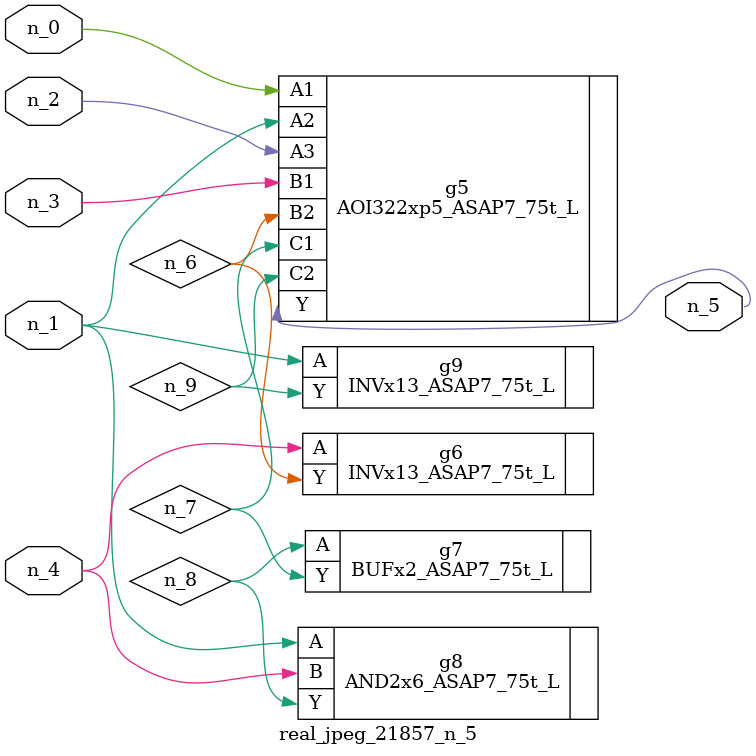
<source format=v>
module real_jpeg_21857_n_5 (n_4, n_0, n_1, n_2, n_3, n_5);

input n_4;
input n_0;
input n_1;
input n_2;
input n_3;

output n_5;

wire n_8;
wire n_6;
wire n_7;
wire n_9;

AOI322xp5_ASAP7_75t_L g5 ( 
.A1(n_0),
.A2(n_1),
.A3(n_2),
.B1(n_3),
.B2(n_6),
.C1(n_7),
.C2(n_9),
.Y(n_5)
);

AND2x6_ASAP7_75t_L g8 ( 
.A(n_1),
.B(n_4),
.Y(n_8)
);

INVx13_ASAP7_75t_L g9 ( 
.A(n_1),
.Y(n_9)
);

INVx13_ASAP7_75t_L g6 ( 
.A(n_4),
.Y(n_6)
);

BUFx2_ASAP7_75t_L g7 ( 
.A(n_8),
.Y(n_7)
);


endmodule
</source>
